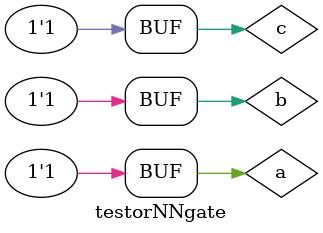
<source format=v>
module orNNgate ( output s, 
input p, q, c); 
assign s = (~((((~p) | (~q)) | (~c)))); 
endmodule // orNNgate 
// --------------------- 
// -- test or gate 
// --------------------- 
module testorNNgate; 
// ------------------------- dados locais 
reg a, b, c; // definir registradores 
wire s; // definir conexao (fio) 
// ------------------------- instancia 
orNNgate ORNN1 (s, a, b, c); 
// ------------------------- preparacao 
initial begin:start 
a=0; b=0; 
end 
// ------------------------- parte principal 
initial begin 
$display("Exercicio0004 - José Ferreira Reis Fonseca  - 405808"); 
$display("Test OR(NN)3 gate"); 
$display("\n~((~a | ~b) | ~c) = s\n"); 
$monitor("~((~%b | ~%b) | ~%b) = %b", a, b, c, s); 
a=0; b=0; c=0;
#1;
a=0; b=0; c=1;
#1;
a=0; b=1; c=0;
#1; 
a=0; b=1; c=1;
#1; 
a=1; b=0; c=0;
#1; 
a=1; b=0; c=1;
#1; 
a=1; b=1; c=0;
#1; 
a=1; b=1; c=1;
#1; 
end 
endmodule // testorNNgate 
</source>
